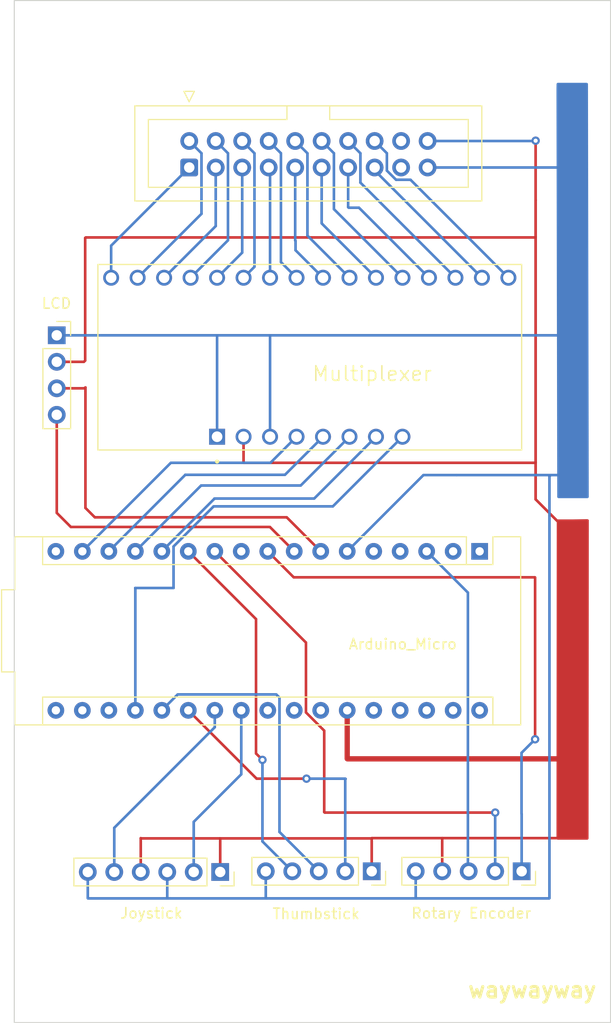
<source format=kicad_pcb>
(kicad_pcb (version 20221018) (generator pcbnew)
  (layers (0 "F.Cu" signal) (31 "B.Cu" signal) (34 "B.Paste" user) (35 "F.Paste" user) (36 "B.SilkS" user "B.Silkscreen") (37 "F.SilkS" user "F.Silkscreen") (38 "B.Mask" user) (39 "F.Mask" user) (44 "Edge.Cuts" user))
  (net 0 "")
  (net 1 "Net-(BOB-1-C12)")
  (net 2 "Net-(BOB-1-C13)")
  (net 3 "Net-(BOB-1-C14)")
  (net 4 "Net-(BOB-1-C15)")
  (net 14 "GND")
  (net 15 "+5V")
  (net 16 "Net-(BOB-1-C11)")
  (net 17 "Net-(BOB-1-C10)")
  (net 18 "Net-(BOB-1-C9)")
  (net 19 "Net-(BOB-1-C8)")
  (net 20 "Net-(BOB-1-C7)")
  (net 21 "Net-(BOB-1-C6)")
  (net 22 "Net-(BOB-1-C5)")
  (net 23 "Net-(BOB-1-C4)")
  (net 24 "Net-(BOB-1-C3)")
  (net 25 "Net-(BOB-1-C2)")
  (net 26 "Net-(BOB-1-C1)")
  (net 27 "Net-(BOB-1-C0)")
  (net 32 "Net-(U1-D1{slash}TX)")
  (net 33 "Net-(U1-~D6{slash}A7)")
  (net 34 "Net-(U1-D7)")
  (net 38 "Net-(BOB-1-S3)")
  (net 39 "Net-(BOB-1-S2)")
  (net 40 "Net-(BOB-1-S1)")
  (net 41 "Net-(BOB-1-S0)")
  (net 42 "Net-(U1-D2{slash}SDA)")
  (net 43 "Net-(U1-~D3{slash}SCL)")
  (net 44 "Net-(U1-A2{slash}D20)")
  (net 45 "Net-(U1-A1{slash}D19)")
  (net 46 "Net-(U1-A4{slash}D22)")
  (net 47 "Net-(U1-A3{slash}D21)")
  (net 49 "Net-(U1-D4{slash}A6)")
  (net 50 "Net-(BOB-1-COM)")
  (footprint "MountingHole:MountingHole_3.2mm_M3" (layer "F.Cu") (at 129.4 47.025)
    (fp_text reference "REF**" hide)
    (fp_text value "MountingHole_3.2mm_M3" hide)
    (pad "" np_thru_hole circle (at 0 0) (size 3.2 3.2) (drill 3.2) (layers "*.Cu" "*.Mask"))
  )
  (footprint "Connector_PinSocket_2.54mm:PinSocket_1x06_P2.54mm_Vertical" (layer "F.Cu") (at 129.5 125.745 -90)
    (fp_text reference "J11" hide)
    (fp_text value "Joystick" (at 3.955 6.6 180) (layer "F.SilkS"))
    (fp_line (start -1.33 1.27) (end -1.33 14.03) (stroke (width 0.12)) (layer "F.SilkS"))
    (fp_line (start -1.33 1.27) (end 1.33 1.27) (stroke (width 0.12)) (layer "F.SilkS"))
    (fp_line (start -1.33 14.03) (end 1.33 14.03) (stroke (width 0.12)) (layer "F.SilkS"))
    (fp_line (start 0 -1.33) (end 1.33 -1.33) (stroke (width 0.12)) (layer "F.SilkS"))
    (fp_line (start 1.33 -1.33) (end 1.33 0) (stroke (width 0.12)) (layer "F.SilkS"))
    (fp_line (start 1.33 1.27) (end 1.33 14.03) (stroke (width 0.12)) (layer "F.SilkS"))
    (pad "1" thru_hole rect (at 0 0 270) (size 1.7 1.7) (drill 1) (layers "*.Cu" "*.Mask") (net 15 "+5V"))
    (pad "2" thru_hole oval (at 0 2.54 270) (size 1.7 1.7) (drill 1) (layers "*.Cu" "*.Mask") (net 46 "Net-(U1-A4{slash}D22)"))
    (pad "3" thru_hole oval (at 0 5.08 270) (size 1.7 1.7) (drill 1) (layers "*.Cu" "*.Mask") (net 14 "GND"))
    (pad "4" thru_hole oval (at 0 7.62 270) (size 1.7 1.7) (drill 1) (layers "*.Cu" "*.Mask") (net 15 "+5V"))
    (pad "5" thru_hole oval (at 0 10.16 270) (size 1.7 1.7) (drill 1) (layers "*.Cu" "*.Mask") (net 47 "Net-(U1-A3{slash}D21)"))
    (pad "6" thru_hole oval (at 0 12.7 270) (size 1.7 1.7) (drill 1) (layers "*.Cu" "*.Mask") (net 14 "GND"))
  )
  (footprint "Connector_PinSocket_2.54mm:PinSocket_1x05_P2.54mm_Vertical" (layer "F.Cu") (at 144.03 125.675 -90)
    (fp_text reference "J10" hide)
    (fp_text value "Thumbstick" (at 4.075 5.33) (layer "F.SilkS"))
    (fp_line (start -1.33 1.27) (end -1.33 11.49) (stroke (width 0.12)) (layer "F.SilkS"))
    (fp_line (start -1.33 1.27) (end 1.33 1.27) (stroke (width 0.12)) (layer "F.SilkS"))
    (fp_line (start -1.33 11.49) (end 1.33 11.49) (stroke (width 0.12)) (layer "F.SilkS"))
    (fp_line (start 0 -1.33) (end 1.33 -1.33) (stroke (width 0.12)) (layer "F.SilkS"))
    (fp_line (start 1.33 -1.33) (end 1.33 0) (stroke (width 0.12)) (layer "F.SilkS"))
    (fp_line (start 1.33 1.27) (end 1.33 11.49) (stroke (width 0.12)) (layer "F.SilkS"))
    (pad "1" thru_hole rect (at 0 0 270) (size 1.7 1.7) (drill 1) (layers "*.Cu" "*.Mask") (net 15 "+5V"))
    (pad "2" thru_hole oval (at 0 2.54 270) (size 1.7 1.7) (drill 1) (layers "*.Cu" "*.Mask") (net 44 "Net-(U1-A2{slash}D20)"))
    (pad "3" thru_hole oval (at 0 5.08 270) (size 1.7 1.7) (drill 1) (layers "*.Cu" "*.Mask") (net 45 "Net-(U1-A1{slash}D19)"))
    (pad "4" thru_hole oval (at 0 7.62 270) (size 1.7 1.7) (drill 1) (layers "*.Cu" "*.Mask") (net 34 "Net-(U1-D7)"))
    (pad "5" thru_hole oval (at 0 10.16 270) (size 1.7 1.7) (drill 1) (layers "*.Cu" "*.Mask") (net 14 "GND"))
  )
  (footprint "Connector_PinSocket_2.54mm:PinSocket_1x05_P2.54mm_Vertical" (layer "F.Cu") (at 158.41 125.675 -90)
    (fp_text reference "J4" hide)
    (fp_text value "Rotary Encoder" (at 4.025 4.835) (layer "F.SilkS"))
    (fp_line (start -1.33 1.27) (end -1.33 11.49) (stroke (width 0.12)) (layer "F.SilkS"))
    (fp_line (start -1.33 1.27) (end 1.33 1.27) (stroke (width 0.12)) (layer "F.SilkS"))
    (fp_line (start -1.33 11.49) (end 1.33 11.49) (stroke (width 0.12)) (layer "F.SilkS"))
    (fp_line (start 0 -1.33) (end 1.33 -1.33) (stroke (width 0.12)) (layer "F.SilkS"))
    (fp_line (start 1.33 -1.33) (end 1.33 0) (stroke (width 0.12)) (layer "F.SilkS"))
    (fp_line (start 1.33 1.27) (end 1.33 11.49) (stroke (width 0.12)) (layer "F.SilkS"))
    (pad "1" thru_hole rect (at 0 0 270) (size 1.7 1.7) (drill 1) (layers "*.Cu" "*.Mask") (net 49 "Net-(U1-D4{slash}A6)"))
    (pad "2" thru_hole oval (at 0 2.54 270) (size 1.7 1.7) (drill 1) (layers "*.Cu" "*.Mask") (net 33 "Net-(U1-~D6{slash}A7)"))
    (pad "3" thru_hole oval (at 0 5.08 270) (size 1.7 1.7) (drill 1) (layers "*.Cu" "*.Mask") (net 32 "Net-(U1-D1{slash}TX)"))
    (pad "4" thru_hole oval (at 0 7.62 270) (size 1.7 1.7) (drill 1) (layers "*.Cu" "*.Mask") (net 15 "+5V"))
    (pad "5" thru_hole oval (at 0 10.16 270) (size 1.7 1.7) (drill 1) (layers "*.Cu" "*.Mask") (net 14 "GND"))
  )
  (footprint "Connector_PinSocket_2.54mm:PinSocket_1x04_P2.54mm_Vertical" (layer "F.Cu") (at 113.825 74.305)
    (fp_text reference "J9" hide)
    (fp_text value "LCD" (at -0.025 -3.058) (layer "F.SilkS"))
    (fp_line (start -1.33 1.27) (end -1.33 8.95) (stroke (width 0.12)) (layer "F.SilkS"))
    (fp_line (start -1.33 1.27) (end 1.33 1.27) (stroke (width 0.12)) (layer "F.SilkS"))
    (fp_line (start -1.33 8.95) (end 1.33 8.95) (stroke (width 0.12)) (layer "F.SilkS"))
    (fp_line (start 0 -1.33) (end 1.33 -1.33) (stroke (width 0.12)) (layer "F.SilkS"))
    (fp_line (start 1.33 -1.33) (end 1.33 0) (stroke (width 0.12)) (layer "F.SilkS"))
    (fp_line (start 1.33 1.27) (end 1.33 8.95) (stroke (width 0.12)) (layer "F.SilkS"))
    (pad "1" thru_hole rect (at 0 0) (size 1.7 1.7) (drill 1) (layers "*.Cu" "*.Mask") (net 14 "GND"))
    (pad "2" thru_hole oval (at 0 2.54) (size 1.7 1.7) (drill 1) (layers "*.Cu" "*.Mask") (net 15 "+5V"))
    (pad "3" thru_hole oval (at 0 5.08) (size 1.7 1.7) (drill 1) (layers "*.Cu" "*.Mask") (net 42 "Net-(U1-D2{slash}SDA)"))
    (pad "4" thru_hole oval (at 0 7.62) (size 1.7 1.7) (drill 1) (layers "*.Cu" "*.Mask") (net 43 "Net-(U1-~D3{slash}SCL)"))
  )
  (footprint "Connector_IDC:IDC-Header_2x10_P2.54mm_Vertical" (layer "F.Cu") (at 126.53 58.22 90)
    (fp_text reference "IDC1" hide)
    (fp_text value "16_Pin_IDC_2x08_Power" hide)
    (fp_line (start -3.21 -5.22) (end -3.21 28.06) (stroke (width 0.12)) (layer "F.SilkS"))
    (fp_line (start -3.21 28.06) (end 5.91 28.06) (stroke (width 0.12)) (layer "F.SilkS"))
    (fp_line (start -1.9 -3.92) (end -1.9 26.76) (stroke (width 0.12)) (layer "F.SilkS"))
    (fp_line (start -1.9 26.76) (end 4.6 26.76) (stroke (width 0.12)) (layer "F.SilkS"))
    (fp_line (start 4.6 -3.92) (end -1.9 -3.92) (stroke (width 0.12)) (layer "F.SilkS"))
    (fp_line (start 4.6 9.37) (end 4.6 -3.92) (stroke (width 0.12)) (layer "F.SilkS"))
    (fp_line (start 4.6 13.47) (end 4.6 13.47) (stroke (width 0.12)) (layer "F.SilkS"))
    (fp_line (start 4.6 13.47) (end 5.91 13.47) (stroke (width 0.12)) (layer "F.SilkS"))
    (fp_line (start 4.6 26.76) (end 4.6 13.47) (stroke (width 0.12)) (layer "F.SilkS"))
    (fp_line (start 5.91 -5.22) (end -3.21 -5.22) (stroke (width 0.12)) (layer "F.SilkS"))
    (fp_line (start 5.91 9.37) (end 4.6 9.37) (stroke (width 0.12)) (layer "F.SilkS"))
    (fp_line (start 5.91 28.06) (end 5.91 -5.22) (stroke (width 0.12)) (layer "F.SilkS"))
    (fp_line (start 6.3 -0.01) (end 7.3 -0.51) (stroke (width 0.12)) (layer "F.SilkS"))
    (fp_line (start 7.3 -0.51) (end 7.3 0.49) (stroke (width 0.12)) (layer "F.SilkS"))
    (fp_line (start 7.3 0.49) (end 6.3 -0.01) (stroke (width 0.12)) (layer "F.SilkS"))
    (pad "1" thru_hole roundrect (at 0 0 90) (size 1.7 1.7) (drill 1) (layers "*.Cu" "*.Mask") (roundrect_rratio 0.1470588235) (net 27 "Net-(BOB-1-C0)"))
    (pad "2" thru_hole circle (at 2.54 0 90) (size 1.7 1.7) (drill 1) (layers "*.Cu" "*.Mask") (net 26 "Net-(BOB-1-C1)"))
    (pad "3" thru_hole circle (at 0 2.54 90) (size 1.7 1.7) (drill 1) (layers "*.Cu" "*.Mask") (net 25 "Net-(BOB-1-C2)"))
    (pad "4" thru_hole circle (at 2.54 2.54 90) (size 1.7 1.7) (drill 1) (layers "*.Cu" "*.Mask") (net 24 "Net-(BOB-1-C3)"))
    (pad "5" thru_hole circle (at 0 5.08 90) (size 1.7 1.7) (drill 1) (layers "*.Cu" "*.Mask") (net 23 "Net-(BOB-1-C4)"))
    (pad "6" thru_hole circle (at 2.54 5.08 90) (size 1.7 1.7) (drill 1) (layers "*.Cu" "*.Mask") (net 22 "Net-(BOB-1-C5)"))
    (pad "7" thru_hole circle (at 0 7.62 90) (size 1.7 1.7) (drill 1) (layers "*.Cu" "*.Mask") (net 21 "Net-(BOB-1-C6)"))
    (pad "8" thru_hole circle (at 2.54 7.62 90) (size 1.7 1.7) (drill 1) (layers "*.Cu" "*.Mask") (net 20 "Net-(BOB-1-C7)"))
    (pad "9" thru_hole circle (at 0 10.16 90) (size 1.7 1.7) (drill 1) (layers "*.Cu" "*.Mask") (net 19 "Net-(BOB-1-C8)"))
    (pad "10" thru_hole circle (at 2.54 10.16 90) (size 1.7 1.7) (drill 1) (layers "*.Cu" "*.Mask") (net 18 "Net-(BOB-1-C9)"))
    (pad "11" thru_hole circle (at 0 12.7 90) (size 1.7 1.7) (drill 1) (layers "*.Cu" "*.Mask") (net 17 "Net-(BOB-1-C10)"))
    (pad "12" thru_hole circle (at 2.54 12.7 90) (size 1.7 1.7) (drill 1) (layers "*.Cu" "*.Mask") (net 16 "Net-(BOB-1-C11)"))
    (pad "13" thru_hole circle (at 0 15.24 90) (size 1.7 1.7) (drill 1) (layers "*.Cu" "*.Mask") (net 1 "Net-(BOB-1-C12)"))
    (pad "14" thru_hole circle (at 2.54 15.24 90) (size 1.7 1.7) (drill 1) (layers "*.Cu" "*.Mask") (net 2 "Net-(BOB-1-C13)"))
    (pad "15" thru_hole circle (at 0 17.78 90) (size 1.7 1.7) (drill 1) (layers "*.Cu" "*.Mask") (net 3 "Net-(BOB-1-C14)"))
    (pad "16" thru_hole circle (at 2.54 17.78 90) (size 1.7 1.7) (drill 1) (layers "*.Cu" "*.Mask") (net 4 "Net-(BOB-1-C15)"))
    (pad "17" thru_hole circle (at 0 20.32 90) (size 1.7 1.7) (drill 1) (layers "*.Cu" "*.Mask"))
    (pad "18" thru_hole circle (at 2.54 20.32 90) (size 1.7 1.7) (drill 1) (layers "*.Cu" "*.Mask"))
    (pad "19" thru_hole circle (at 0 22.86 90) (size 1.7 1.7) (drill 1) (layers "*.Cu" "*.Mask") (net 14 "GND"))
    (pad "20" thru_hole circle (at 2.54 22.86 90) (size 1.7 1.7) (drill 1) (layers "*.Cu" "*.Mask") (net 15 "+5V"))
  )
  (footprint "CD74CH4067:BOB-09056" (layer "F.Cu") (at 138.09 76.405 -90)
    (fp_text reference "BOB-1" hide)
    (fp_text value "Multiplexer" (at 1.5775 -5.98 -180) (layer "F.SilkS") (effects (font (size 1.4 1.4))))
    (fp_line (start -8.89 -20.32) (end -8.89 20.32) (stroke (width 0.127)) (layer "F.SilkS"))
    (fp_line (start -8.89 20.32) (end 8.89 20.32) (stroke (width 0.127)) (layer "F.SilkS"))
    (fp_line (start 8.89 -20.32) (end -8.89 -20.32) (stroke (width 0.127)) (layer "F.SilkS"))
    (fp_line (start 8.89 20.32) (end 8.89 -20.32) (stroke (width 0.127)) (layer "F.SilkS"))
    (fp_circle (center 10 8.89) (end 10.1 8.89) (stroke (width 0.2)) (fill none) (layer "F.SilkS"))
    (pad "JP1-1" thru_hole circle (at -7.62 19.05 270) (size 1.53 1.53) (drill 1.02) (layers "*.Cu" "*.Mask") (net 27 "Net-(BOB-1-C0)"))
    (pad "JP1-2" thru_hole circle (at -7.62 16.51 270) (size 1.53 1.53) (drill 1.02) (layers "*.Cu" "*.Mask") (net 26 "Net-(BOB-1-C1)"))
    (pad "JP1-3" thru_hole circle (at -7.62 13.97 270) (size 1.53 1.53) (drill 1.02) (layers "*.Cu" "*.Mask") (net 25 "Net-(BOB-1-C2)"))
    (pad "JP1-4" thru_hole circle (at -7.62 11.43 270) (size 1.53 1.53) (drill 1.02) (layers "*.Cu" "*.Mask") (net 24 "Net-(BOB-1-C3)"))
    (pad "JP1-5" thru_hole circle (at -7.62 8.89 270) (size 1.53 1.53) (drill 1.02) (layers "*.Cu" "*.Mask") (net 23 "Net-(BOB-1-C4)"))
    (pad "JP1-6" thru_hole circle (at -7.62 6.35 270) (size 1.53 1.53) (drill 1.02) (layers "*.Cu" "*.Mask") (net 22 "Net-(BOB-1-C5)"))
    (pad "JP1-7" thru_hole circle (at -7.62 3.81 270) (size 1.53 1.53) (drill 1.02) (layers "*.Cu" "*.Mask") (net 21 "Net-(BOB-1-C6)"))
    (pad "JP1-8" thru_hole circle (at -7.62 1.27 270) (size 1.53 1.53) (drill 1.02) (layers "*.Cu" "*.Mask") (net 20 "Net-(BOB-1-C7)"))
    (pad "JP1-9" thru_hole circle (at -7.62 -1.27 270) (size 1.53 1.53) (drill 1.02) (layers "*.Cu" "*.Mask") (net 19 "Net-(BOB-1-C8)"))
    (pad "JP1-10" thru_hole circle (at -7.62 -3.81 270) (size 1.53 1.53) (drill 1.02) (layers "*.Cu" "*.Mask") (net 18 "Net-(BOB-1-C9)"))
    (pad "JP1-11" thru_hole circle (at -7.62 -6.35 270) (size 1.53 1.53) (drill 1.02) (layers "*.Cu" "*.Mask") (net 17 "Net-(BOB-1-C10)"))
    (pad "JP1-12" thru_hole circle (at -7.62 -8.89 270) (size 1.53 1.53) (drill 1.02) (layers "*.Cu" "*.Mask") (net 16 "Net-(BOB-1-C11)"))
    (pad "JP1-13" thru_hole circle (at -7.62 -11.43 270) (size 1.53 1.53) (drill 1.02) (layers "*.Cu" "*.Mask") (net 1 "Net-(BOB-1-C12)"))
    (pad "JP1-14" thru_hole circle (at -7.62 -13.97 270) (size 1.53 1.53) (drill 1.02) (layers "*.Cu" "*.Mask") (net 2 "Net-(BOB-1-C13)"))
    (pad "JP1-15" thru_hole circle (at -7.62 -16.51 270) (size 1.53 1.53) (drill 1.02) (layers "*.Cu" "*.Mask") (net 3 "Net-(BOB-1-C14)"))
    (pad "JP1-16" thru_hole circle (at -7.62 -19.05 270) (size 1.53 1.53) (drill 1.02) (layers "*.Cu" "*.Mask") (net 4 "Net-(BOB-1-C15)"))
    (pad "JP3-1" thru_hole rect (at 7.62 8.89 270) (size 1.53 1.53) (drill 1.02) (layers "*.Cu" "*.Mask") (net 14 "GND"))
    (pad "JP3-2" thru_hole circle (at 7.62 6.35 270) (size 1.53 1.53) (drill 1.02) (layers "*.Cu" "*.Mask") (net 15 "+5V"))
    (pad "JP3-3" thru_hole circle (at 7.62 3.81 270) (size 1.53 1.53) (drill 1.02) (layers "*.Cu" "*.Mask") (net 14 "GND"))
    (pad "JP3-4" thru_hole circle (at 7.62 1.27 270) (size 1.53 1.53) (drill 1.02) (layers "*.Cu" "*.Mask") (net 41 "Net-(BOB-1-S0)"))
    (pad "JP3-5" thru_hole circle (at 7.62 -1.27 270) (size 1.53 1.53) (drill 1.02) (layers "*.Cu" "*.Mask") (net 40 "Net-(BOB-1-S1)"))
    (pad "JP3-6" thru_hole circle (at 7.62 -3.81 270) (size 1.53 1.53) (drill 1.02) (layers "*.Cu" "*.Mask") (net 39 "Net-(BOB-1-S2)"))
    (pad "JP3-7" thru_hole circle (at 7.62 -6.35 270) (size 1.53 1.53) (drill 1.02) (layers "*.Cu" "*.Mask") (net 38 "Net-(BOB-1-S3)"))
    (pad "JP3-8" thru_hole circle (at 7.62 -8.89 270) (size 1.53 1.53) (drill 1.02) (layers "*.Cu" "*.Mask") (net 50 "Net-(BOB-1-COM)"))
  )
  (footprint "MountingHole:MountingHole_3.2mm_M3" (layer "F.Cu") (at 129.34 134.76)
    (fp_text reference "REF**" hide)
    (fp_text value "MountingHole_3.2mm_M3" hide)
    (pad "" np_thru_hole circle (at 0 0) (size 3.2 3.2) (drill 3.2) (layers "*.Cu" "*.Mask"))
  )
  (footprint "Arduino:Arduino_Micro" (layer "F.Cu") (at 154.38 95.01 -90)
    (fp_text reference "U1" hide)
    (fp_text value "Arduino_Micro" (at 8.89 7.366) (layer "F.SilkS"))
    (fp_line (start -1.397 -3.937) (end -1.397 -1.27) (stroke (width 0.12)) (layer "F.SilkS"))
    (fp_line (start -1.397 1.27) (end -1.397 44.577) (stroke (width 0.12)) (layer "F.SilkS"))
    (fp_line (start -1.397 44.577) (end 3.683 44.577) (stroke (width 0.12)) (layer "F.SilkS"))
    (fp_line (start 1.27 -1.27) (end -1.397 -1.27) (stroke (width 0.12)) (layer "F.SilkS"))
    (fp_line (start 1.27 1.27) (end -1.397 1.27) (stroke (width 0.12)) (layer "F.SilkS"))
    (fp_line (start 1.27 1.27) (end 1.27 -1.27) (stroke (width 0.12)) (layer "F.SilkS"))
    (fp_line (start 1.27 1.27) (end 1.27 41.91) (stroke (width 0.12)) (layer "F.SilkS"))
    (fp_line (start 1.27 41.91) (end -1.397 41.91) (stroke (width 0.12)) (layer "F.SilkS"))
    (fp_line (start 3.683 44.577) (end 3.683 45.847) (stroke (width 0.12)) (layer "F.SilkS"))
    (fp_line (start 3.683 45.847) (end 11.557 45.847) (stroke (width 0.12)) (layer "F.SilkS"))
    (fp_line (start 11.557 44.577) (end 11.557 45.847) (stroke (width 0.12)) (layer "F.SilkS"))
    (fp_line (start 11.557 44.577) (end 16.637 44.577) (stroke (width 0.12)) (layer "F.SilkS"))
    (fp_line (start 13.97 -1.27) (end 13.97 41.91) (stroke (width 0.12)) (layer "F.SilkS"))
    (fp_line (start 13.97 -1.27) (end 16.637 -1.27) (stroke (width 0.12)) (layer "F.SilkS"))
    (fp_line (start 13.97 41.91) (end 16.637 41.91) (stroke (width 0.12)) (layer "F.SilkS"))
    (fp_line (start 16.637 -3.937) (end -1.397 -3.937) (stroke (width 0.12)) (layer "F.SilkS"))
    (fp_line (start 16.637 44.577) (end 16.637 -3.937) (stroke (width 0.12)) (layer "F.SilkS"))
    (pad "1" thru_hole rect (at 0 0 270) (size 1.6 1.6) (drill 0.8) (layers "*.Cu" "*.Mask"))
    (pad "2" thru_hole oval (at 0 2.54 270) (size 1.6 1.6) (drill 0.8) (layers "*.Cu" "*.Mask"))
    (pad "3" thru_hole oval (at 0 5.08 270) (size 1.6 1.6) (drill 0.8) (layers "*.Cu" "*.Mask") (net 32 "Net-(U1-D1{slash}TX)"))
    (pad "4" thru_hole oval (at 0 7.62 270) (size 1.6 1.6) (drill 0.8) (layers "*.Cu" "*.Mask"))
    (pad "5" thru_hole oval (at 0 10.16 270) (size 1.6 1.6) (drill 0.8) (layers "*.Cu" "*.Mask"))
    (pad "6" thru_hole oval (at 0 12.7 270) (size 1.6 1.6) (drill 0.8) (layers "*.Cu" "*.Mask") (net 14 "GND"))
    (pad "7" thru_hole oval (at 0 15.24 270) (size 1.6 1.6) (drill 0.8) (layers "*.Cu" "*.Mask") (net 42 "Net-(U1-D2{slash}SDA)"))
    (pad "8" thru_hole oval (at 0 17.78 270) (size 1.6 1.6) (drill 0.8) (layers "*.Cu" "*.Mask") (net 43 "Net-(U1-~D3{slash}SCL)"))
    (pad "9" thru_hole oval (at 0 20.32 270) (size 1.6 1.6) (drill 0.8) (layers "*.Cu" "*.Mask") (net 49 "Net-(U1-D4{slash}A6)"))
    (pad "10" thru_hole oval (at 0 22.86 270) (size 1.6 1.6) (drill 0.8) (layers "*.Cu" "*.Mask"))
    (pad "11" thru_hole oval (at 0 25.4 270) (size 1.6 1.6) (drill 0.8) (layers "*.Cu" "*.Mask") (net 33 "Net-(U1-~D6{slash}A7)"))
    (pad "12" thru_hole oval (at 0 27.94 270) (size 1.6 1.6) (drill 0.8) (layers "*.Cu" "*.Mask") (net 34 "Net-(U1-D7)"))
    (pad "13" thru_hole oval (at 0 30.48 270) (size 1.6 1.6) (drill 0.8) (layers "*.Cu" "*.Mask") (net 38 "Net-(BOB-1-S3)"))
    (pad "14" thru_hole oval (at 0 33.02 270) (size 1.6 1.6) (drill 0.8) (layers "*.Cu" "*.Mask") (net 39 "Net-(BOB-1-S2)"))
    (pad "15" thru_hole oval (at 0 35.56 270) (size 1.6 1.6) (drill 0.8) (layers "*.Cu" "*.Mask") (net 40 "Net-(BOB-1-S1)"))
    (pad "16" thru_hole oval (at 0 38.1 270) (size 1.6 1.6) (drill 0.8) (layers "*.Cu" "*.Mask") (net 41 "Net-(BOB-1-S0)"))
    (pad "17" thru_hole oval (at 0 40.64 270) (size 1.6 1.6) (drill 0.8) (layers "*.Cu" "*.Mask"))
    (pad "18" thru_hole oval (at 15.24 40.64 270) (size 1.6 1.6) (drill 0.8) (layers "*.Cu" "*.Mask"))
    (pad "19" thru_hole oval (at 15.24 38.1 270) (size 1.6 1.6) (drill 0.8) (layers "*.Cu" "*.Mask"))
    (pad "20" thru_hole oval (at 15.24 35.56 270) (size 1.6 1.6) (drill 0.8) (layers "*.Cu" "*.Mask"))
    (pad "21" thru_hole oval (at 15.24 33.02 270) (size 1.6 1.6) (drill 0.8) (layers "*.Cu" "*.Mask") (net 50 "Net-(BOB-1-COM)"))
    (pad "22" thru_hole oval (at 15.24 30.48 270) (size 1.6 1.6) (drill 0.8) (layers "*.Cu" "*.Mask") (net 45 "Net-(U1-A1{slash}D19)"))
    (pad "23" thru_hole oval (at 15.24 27.94 270) (size 1.6 1.6) (drill 0.8) (layers "*.Cu" "*.Mask") (net 44 "Net-(U1-A2{slash}D20)"))
    (pad "24" thru_hole oval (at 15.24 25.4 270) (size 1.6 1.6) (drill 0.8) (layers "*.Cu" "*.Mask") (net 47 "Net-(U1-A3{slash}D21)"))
    (pad "25" thru_hole oval (at 15.24 22.86 270) (size 1.6 1.6) (drill 0.8) (layers "*.Cu" "*.Mask") (net 46 "Net-(U1-A4{slash}D22)"))
    (pad "26" thru_hole oval (at 15.24 20.32 270) (size 1.6 1.6) (drill 0.8) (layers "*.Cu" "*.Mask"))
    (pad "27" thru_hole oval (at 15.24 17.78 270) (size 1.6 1.6) (drill 0.8) (layers "*.Cu" "*.Mask"))
    (pad "28" thru_hole oval (at 15.24 15.24 270) (size 1.6 1.6) (drill 0.8) (layers "*.Cu" "*.Mask"))
    (pad "29" thru_hole oval (at 15.24 12.7 270) (size 1.6 1.6) (drill 0.8) (layers "*.Cu" "*.Mask") (net 15 "+5V"))
    (pad "30" thru_hole oval (at 15.24 10.16 270) (size 1.6 1.6) (drill 0.8) (layers "*.Cu" "*.Mask"))
    (pad "31" thru_hole oval (at 15.24 7.62 270) (size 1.6 1.6) (drill 0.8) (layers "*.Cu" "*.Mask"))
    (pad "32" thru_hole oval (at 15.24 5.08 270) (size 1.6 1.6) (drill 0.8) (layers "*.Cu" "*.Mask"))
    (pad "33" thru_hole oval (at 15.24 2.54 270) (size 1.6 1.6) (drill 0.8) (layers "*.Cu" "*.Mask"))
    (pad "34" thru_hole oval (at 15.24 0 270) (size 1.6 1.6) (drill 0.8) (layers "*.Cu" "*.Mask"))
  )
  (footprint "MountingHole:MountingHole_3.2mm_M3" (layer "F.Cu") (at 148.39 134.75)
    (fp_text reference "REF**" hide)
    (fp_text value "MountingHole_3.2mm_M3" hide)
    (pad "" np_thru_hole circle (at 0 0) (size 3.2 3.2) (drill 3.2) (layers "*.Cu" "*.Mask"))
  )
  (footprint "MountingHole:MountingHole_3.2mm_M3" (layer "F.Cu") (at 148.451418 47.025)
    (fp_text reference "REF**" hide)
    (fp_text value "MountingHole_3.2mm_M3" hide)
    (pad "" np_thru_hole circle (at 0 0) (size 3.2 3.2) (drill 3.2) (layers "*.Cu" "*.Mask"))
  )
  (gr_rect (start 109.75 42.215) (end 166.94 140.18) (stroke (width 0.1)) (fill none) (layer "Edge.Cuts"))
  (gr_text "waywayway" (at 153.125 137.925) (layer "F.SilkS") (effects (font (size 1.5 1.5) (thickness 0.3) bold) (justify left bottom)))
  (segment (start 141.77 62.02) (end 141.77 58.22) (width 0.25) (layer "B.Cu") (net 1))
  (segment (start 142.81 62.075) (end 141.825 62.075) (width 0.25) (layer "B.Cu") (net 1))
  (segment (start 141.825 62.075) (end 141.77 62.02) (width 0.25) (layer "B.Cu") (net 1))
  (segment (start 149.52 68.785) (end 142.81 62.075) (width 0.25) (layer "B.Cu") (net 1))
  (segment (start 152.06 68.785) (end 142.945 59.67) (width 0.25) (layer "B.Cu") (net 2))
  (segment (start 142.945 56.855) (end 141.77 55.68) (width 0.25) (layer "B.Cu") (net 2))
  (segment (start 142.945 59.67) (end 142.945 56.855) (width 0.25) (layer "B.Cu") (net 2))
  (segment (start 144.31 58.495) (end 144.31 58.22) (width 0.25) (layer "B.Cu") (net 3))
  (segment (start 154.6 68.785) (end 144.31 58.495) (width 0.25) (layer "B.Cu") (net 3))
  (segment (start 145.485 56.855) (end 144.31 55.68) (width 0.25) (layer "B.Cu") (net 4))
  (segment (start 147.75 59.395) (end 146.363299 59.395) (width 0.25) (layer "B.Cu") (net 4))
  (segment (start 145.485 58.516701) (end 145.485 56.855) (width 0.25) (layer "B.Cu") (net 4))
  (segment (start 146.363299 59.395) (end 145.485 58.516701) (width 0.25) (layer "B.Cu") (net 4))
  (segment (start 157.14 68.785) (end 147.75 59.395) (width 0.25) (layer "B.Cu") (net 4))
  (segment (start 134.28 74.335) (end 134.25 74.305) (width 0.25) (layer "B.Cu") (net 14))
  (segment (start 148.99 87.7) (end 152.175 87.7) (width 0.25) (layer "B.Cu") (net 14))
  (segment (start 116.825 128.275) (end 124.45 128.275) (width 0.25) (layer "B.Cu") (net 14))
  (segment (start 133.95 128.275) (end 148.325 128.275) (width 0.25) (layer "B.Cu") (net 14))
  (segment (start 113.825 74.305) (end 129.2 74.305) (width 0.25) (layer "B.Cu") (net 14))
  (segment (start 148.325 128.275) (end 161.05 128.275) (width 0.25) (layer "B.Cu") (net 14))
  (segment (start 134.28 84.025) (end 134.28 74.335) (width 0.25) (layer "B.Cu") (net 14))
  (segment (start 161.075 87.825) (end 161.2 87.7) (width 0.25) (layer "B.Cu") (net 14))
  (segment (start 161.075 128.25) (end 161.075 87.825) (width 0.25) (layer "B.Cu") (net 14))
  (segment (start 161.2 87.7) (end 163.325 87.7) (width 0.25) (layer "B.Cu") (net 14))
  (segment (start 124.45 128.275) (end 133.95 128.275) (width 0.25) (layer "B.Cu") (net 14))
  (segment (start 134.25 74.305) (end 163.37 74.305) (width 0.25) (layer "B.Cu") (net 14))
  (segment (start 141.68 95.01) (end 148.99 87.7) (width 0.25) (layer "B.Cu") (net 14))
  (segment (start 133.87 128.195) (end 133.95 128.275) (width 0.25) (layer "B.Cu") (net 14))
  (segment (start 148.25 128.2) (end 148.325 128.275) (width 0.25) (layer "B.Cu") (net 14))
  (segment (start 129.2 74.305) (end 134.25 74.305) (width 0.25) (layer "B.Cu") (net 14))
  (segment (start 161.05 128.275) (end 161.075 128.25) (width 0.25) (layer "B.Cu") (net 14))
  (segment (start 148.25 125.675) (end 148.25 128.2) (width 0.25) (layer "B.Cu") (net 14))
  (segment (start 124.42 125.745) (end 124.42 128.245) (width 0.25) (layer "B.Cu") (net 14))
  (segment (start 124.42 128.245) (end 124.45 128.275) (width 0.25) (layer "B.Cu") (net 14))
  (segment (start 149.39 58.22) (end 163.03 58.22) (width 0.25) (layer "B.Cu") (net 14))
  (segment (start 163.37 74.305) (end 163.375 74.3) (width 0.25) (layer "B.Cu") (net 14))
  (segment (start 152.175 87.7) (end 161.2 87.7) (width 0.25) (layer "B.Cu") (net 14))
  (segment (start 116.8 128.25) (end 116.825 128.275) (width 0.25) (layer "B.Cu") (net 14))
  (segment (start 163.03 58.22) (end 163.2 58.05) (width 0.25) (layer "B.Cu") (net 14))
  (segment (start 116.8 125.745) (end 116.8 128.25) (width 0.25) (layer "B.Cu") (net 14))
  (segment (start 163.325 87.7) (end 163.4 87.625) (width 0.25) (layer "B.Cu") (net 14))
  (segment (start 133.87 125.675) (end 133.87 128.195) (width 0.25) (layer "B.Cu") (net 14))
  (segment (start 129.2 84.025) (end 129.2 74.305) (width 0.25) (layer "B.Cu") (net 14))
  (segment (start 121.88 125.745) (end 121.88 122.505) (width 0.25) (layer "F.Cu") (net 15))
  (segment (start 159.75 86.475) (end 159.75 90.025) (width 0.254) (layer "F.Cu") (net 15))
  (segment (start 116.43 76.845) (end 116.55 76.725) (width 0.25) (layer "F.Cu") (net 15))
  (segment (start 159.75 90.025) (end 163.325 93.6) (width 0.254) (layer "F.Cu") (net 15))
  (segment (start 159.75 61.35) (end 159.75 64.875) (width 0.254) (layer "F.Cu") (net 15))
  (segment (start 121.88 122.505) (end 121.9 122.525) (width 0.25) (layer "F.Cu") (net 15))
  (segment (start 150.8 122.5) (end 163.275 122.5) (width 0.25) (layer "F.Cu") (net 15))
  (segment (start 129.5 125.745) (end 129.5 122.55) (width 0.25) (layer "F.Cu") (net 15))
  (segment (start 141.7 114.9) (end 163.375 114.9) (width 0.508) (layer "F.Cu") (net 15))
  (segment (start 159.7 86.525) (end 159.75 86.475) (width 0.25) (layer "F.Cu") (net 15))
  (segment (start 131.74 84.025) (end 131.74 86.49) (width 0.25) (layer "F.Cu") (net 15))
  (segment (start 141.68 114.88) (end 141.7 114.9) (width 0.25) (layer "F.Cu") (net 15))
  (segment (start 129.5 122.55) (end 129.475 122.525) (width 0.25) (layer "F.Cu") (net 15))
  (segment (start 144.025 122.525) (end 144.03 122.52) (width 0.25) (layer "F.Cu") (net 15))
  (segment (start 131.775 86.525) (end 159.7 86.525) (width 0.25) (layer "F.Cu") (net 15))
  (segment (start 116.6 64.925) (end 159.7 64.925) (width 0.25) (layer "F.Cu") (net 15))
  (segment (start 150.79 125.675) (end 150.79 122.51) (width 0.25) (layer "F.Cu") (net 15))
  (segment (start 131.74 86.49) (end 131.775 86.525) (width 0.25) (layer "F.Cu") (net 15))
  (segment (start 144.03 122.52) (end 144.05 122.5) (width 0.25) (layer "F.Cu") (net 15))
  (segment (start 163.375 114.9) (end 163.4 114.875) (width 0.25) (layer "F.Cu") (net 15))
  (segment (start 159.7 64.925) (end 159.75 64.875) (width 0.25) (layer "F.Cu") (net 15))
  (segment (start 159.75 64.875) (end 159.75 86.475) (width 0.254) (layer "F.Cu") (net 15))
  (segment (start 116.55 64.975) (end 116.6 64.925) (width 0.25) (layer "F.Cu") (net 15))
  (segment (start 141.68 110.25) (end 141.68 114.88) (width 0.508) (layer "F.Cu") (net 15))
  (segment (start 121.9 122.525) (end 129.475 122.525) (width 0.25) (layer "F.Cu") (net 15))
  (segment (start 113.825 76.845) (end 116.43 76.845) (width 0.25) (layer "F.Cu") (net 15))
  (segment (start 159.75 55.65) (end 159.75 61.35) (width 0.25) (layer "F.Cu") (net 15))
  (segment (start 150.79 122.51) (end 150.8 122.5) (width 0.25) (layer "F.Cu") (net 15))
  (segment (start 129.475 122.525) (end 144.025 122.525) (width 0.25) (layer "F.Cu") (net 15))
  (segment (start 144.03 125.675) (end 144.03 122.52) (width 0.25) (layer "F.Cu") (net 15))
  (segment (start 144.05 122.5) (end 150.8 122.5) (width 0.25) (layer "F.Cu") (net 15))
  (segment (start 116.55 76.725) (end 116.55 64.975) (width 0.25) (layer "F.Cu") (net 15))
  (via (at 159.75 55.65) (size 0.8) (drill 0.4) (layers "F.Cu" "B.Cu") (net 15))
  (segment (start 159.75 55.65) (end 159.72 55.68) (width 0.25) (layer "B.Cu") (net 15))
  (segment (start 159.72 55.68) (end 149.39 55.68) (width 0.25) (layer "B.Cu") (net 15))
  (segment (start 140.405 56.855) (end 139.23 55.68) (width 0.25) (layer "B.Cu") (net 16))
  (segment (start 140.405 62.21) (end 140.405 56.855) (width 0.25) (layer "B.Cu") (net 16))
  (segment (start 146.98 68.785) (end 140.405 62.21) (width 0.25) (layer "B.Cu") (net 16))
  (segment (start 139.23 63.555) (end 139.23 58.22) (width 0.25) (layer "B.Cu") (net 17))
  (segment (start 144.44 68.785) (end 139.25 63.595) (width 0.25) (layer "B.Cu") (net 17))
  (segment (start 139.25 63.575) (end 139.23 63.555) (width 0.25) (layer "B.Cu") (net 17))
  (segment (start 139.25 63.595) (end 139.25 63.575) (width 0.25) (layer "B.Cu") (net 17))
  (segment (start 137.865 56.855) (end 136.69 55.68) (width 0.25) (layer "B.Cu") (net 18))
  (segment (start 137.865 64.75) (end 137.865 56.855) (width 0.25) (layer "B.Cu") (net 18))
  (segment (start 141.9 68.785) (end 137.865 64.75) (width 0.25) (layer "B.Cu") (net 18))
  (segment (start 136.69 65.215) (end 136.69 58.22) (width 0.25) (layer "B.Cu") (net 19))
  (segment (start 136.725 66.15) (end 136.725 65.25) (width 0.25) (layer "B.Cu") (net 19))
  (segment (start 136.725 65.25) (end 136.69 65.215) (width 0.25) (layer "B.Cu") (net 19))
  (segment (start 139.36 68.785) (end 136.725 66.15) (width 0.25) (layer "B.Cu") (net 19))
  (segment (start 135.325 56.855) (end 134.15 55.68) (width 0.25) (layer "B.Cu") (net 20))
  (segment (start 136.82 68.785) (end 135.325 67.29) (width 0.25) (layer "B.Cu") (net 20))
  (segment (start 135.325 67.29) (end 135.325 56.855) (width 0.25) (layer "B.Cu") (net 20))
  (segment (start 134.28 58.35) (end 134.15 58.22) (width 0.25) (layer "B.Cu") (net 21))
  (segment (start 134.28 68.785) (end 134.28 58.35) (width 0.25) (layer "B.Cu") (net 21))
  (segment (start 132.785 67.74) (end 132.785 56.855) (width 0.25) (layer "B.Cu") (net 22))
  (segment (start 132.785 56.855) (end 131.61 55.68) (width 0.25) (layer "B.Cu") (net 22))
  (segment (start 131.74 68.785) (end 132.785 67.74) (width 0.25) (layer "B.Cu") (net 22))
  (segment (start 131.61 66.375) (end 131.61 58.22) (width 0.25) (layer "B.Cu") (net 23))
  (segment (start 129.2 68.785) (end 131.61 66.375) (width 0.25) (layer "B.Cu") (net 23))
  (segment (start 130.245 56.855) (end 129.07 55.68) (width 0.25) (layer "B.Cu") (net 24))
  (segment (start 126.66 68.785) (end 130.245 65.2) (width 0.25) (layer "B.Cu") (net 24))
  (segment (start 130.245 65.2) (end 130.245 56.855) (width 0.25) (layer "B.Cu") (net 24))
  (segment (start 124.12 68.785) (end 129.07 63.835) (width 0.25) (layer "B.Cu") (net 25))
  (segment (start 129.07 63.835) (end 129.07 58.22) (width 0.25) (layer "B.Cu") (net 25))
  (segment (start 121.58 68.785) (end 127.705 62.66) (width 0.25) (layer "B.Cu") (net 26))
  (segment (start 127.705 62.66) (end 127.705 56.855) (width 0.25) (layer "B.Cu") (net 26))
  (segment (start 127.705 56.855) (end 126.53 55.68) (width 0.25) (layer "B.Cu") (net 26))
  (segment (start 119.04 65.71) (end 126.53 58.22) (width 0.25) (layer "B.Cu") (net 27))
  (segment (start 119.04 68.785) (end 119.04 65.71) (width 0.25) (layer "B.Cu") (net 27))
  (segment (start 153.255 125.6) (end 153.255 98.965) (width 0.25) (layer "B.Cu") (net 32))
  (segment (start 153.33 125.675) (end 153.255 125.6) (width 0.25) (layer "B.Cu") (net 32))
  (segment (start 153.255 98.965) (end 149.3 95.01) (width 0.25) (layer "B.Cu") (net 32))
  (segment (start 139.475 112.2) (end 137.725 110.45) (width 0.25) (layer "F.Cu") (net 33))
  (segment (start 137.725 103.755) (end 128.98 95.01) (width 0.25) (layer "F.Cu") (net 33))
  (segment (start 139.475 120) (end 139.475 112.2) (width 0.25) (layer "F.Cu") (net 33))
  (segment (start 139.525 120.05) (end 139.475 120) (width 0.25) (layer "F.Cu") (net 33))
  (segment (start 137.725 110.45) (end 137.725 103.755) (width 0.25) (layer "F.Cu") (net 33))
  (segment (start 155.875 120.05) (end 139.525 120.05) (width 0.25) (layer "F.Cu") (net 33))
  (via (at 155.875 120.05) (size 0.8) (drill 0.4) (layers "F.Cu" "B.Cu") (net 33))
  (segment (start 155.87 120.095) (end 155.875 120.1) (width 0.25) (layer "B.Cu") (net 33))
  (segment (start 155.875 120.1) (end 155.875 120.05) (width 0.25) (layer "B.Cu") (net 33))
  (segment (start 155.825 120.05) (end 155.85 120.075) (width 0.25) (layer "B.Cu") (net 33))
  (segment (start 155.875 120.05) (end 155.825 120.05) (width 0.25) (layer "B.Cu") (net 33))
  (segment (start 155.87 125.675) (end 155.87 120.095) (width 0.25) (layer "B.Cu") (net 33))
  (segment (start 133.55 115) (end 132.935 114.385) (width 0.25) (layer "F.Cu") (net 34))
  (segment (start 132.935 114.385) (end 132.935 101.505) (width 0.25) (layer "F.Cu") (net 34))
  (segment (start 132.935 101.505) (end 126.44 95.01) (width 0.25) (layer "F.Cu") (net 34))
  (via (at 133.55 115) (size 0.8) (drill 0.4) (layers "F.Cu" "B.Cu") (net 34))
  (segment (start 133.55 115) (end 133.55 115.025) (width 0.25) (layer "B.Cu") (net 34))
  (segment (start 133.55 122.815) (end 133.55 115) (width 0.25) (layer "B.Cu") (net 34))
  (segment (start 136.41 125.675) (end 133.55 122.815) (width 0.25) (layer "B.Cu") (net 34))
  (segment (start 128.95 89.95) (end 128.95 89.96) (width 0.25) (layer "B.Cu") (net 38))
  (segment (start 144.44 84.025) (end 138.515 89.95) (width 0.25) (layer "B.Cu") (net 38))
  (segment (start 128.95 89.96) (end 123.9 95.01) (width 0.25) (layer "B.Cu") (net 38))
  (segment (start 138.515 89.95) (end 128.95 89.95) (width 0.25) (layer "B.Cu") (net 38))
  (segment (start 137.225 88.7) (end 127.67 88.7) (width 0.25) (layer "B.Cu") (net 39))
  (segment (start 127.67 88.7) (end 121.36 95.01) (width 0.25) (layer "B.Cu") (net 39))
  (segment (start 141.9 84.025) (end 137.225 88.7) (width 0.25) (layer "B.Cu") (net 39))
  (segment (start 126.15 87.68) (end 118.82 95.01) (width 0.25) (layer "B.Cu") (net 40))
  (segment (start 139.36 84.025) (end 135.71 87.675) (width 0.25) (layer "B.Cu") (net 40))
  (segment (start 126.15 87.675) (end 126.15 87.68) (width 0.25) (layer "B.Cu") (net 40))
  (segment (start 135.71 87.675) (end 126.15 87.675) (width 0.25) (layer "B.Cu") (net 40))
  (segment (start 124.765 86.525) (end 116.28 95.01) (width 0.25) (layer "B.Cu") (net 41))
  (segment (start 136.82 84.025) (end 134.32 86.525) (width 0.25) (layer "B.Cu") (net 41))
  (segment (start 134.32 86.525) (end 124.765 86.525) (width 0.25) (layer "B.Cu") (net 41))
  (segment (start 135.88 91.75) (end 139.14 95.01) (width 0.25) (layer "F.Cu") (net 42))
  (segment (start 113.825 79.385) (end 116.49 79.385) (width 0.25) (layer "F.Cu") (net 42))
  (segment (start 117.475 91.75) (end 135.88 91.75) (width 0.25) (layer "F.Cu") (net 42))
  (segment (start 116.575 79.3) (end 116.575 90.85) (width 0.25) (layer "F.Cu") (net 42))
  (segment (start 116.575 90.85) (end 117.475 91.75) (width 0.25) (layer "F.Cu") (net 42))
  (segment (start 116.49 79.385) (end 116.575 79.3) (width 0.25) (layer "F.Cu") (net 42))
  (segment (start 134.265 92.675) (end 136.6 95.01) (width 0.25) (layer "F.Cu") (net 43))
  (segment (start 113.825 81.925) (end 113.825 91.325) (width 0.25) (layer "F.Cu") (net 43))
  (segment (start 115.175 92.675) (end 134.265 92.675) (width 0.25) (layer "F.Cu") (net 43))
  (segment (start 113.825 91.325) (end 115.175 92.675) (width 0.25) (layer "F.Cu") (net 43))
  (segment (start 137.775 116.8) (end 132.99 116.8) (width 0.25) (layer "F.Cu") (net 44))
  (segment (start 132.99 116.8) (end 126.44 110.25) (width 0.25) (layer "F.Cu") (net 44))
  (via (at 137.775 116.8) (size 0.8) (drill 0.4) (layers "F.Cu" "B.Cu") (net 44))
  (segment (start 141.525 116.825) (end 141.5 116.8) (width 0.25) (layer "B.Cu") (net 44))
  (segment (start 141.49 125.675) (end 141.49 116.86) (width 0.25) (layer "B.Cu") (net 44))
  (segment (start 141.49 116.86) (end 141.525 116.825) (width 0.25) (layer "B.Cu") (net 44))
  (segment (start 141.5 116.8) (end 137.775 116.8) (width 0.25) (layer "B.Cu") (net 44))
  (segment (start 137.775 116.8) (end 137.825 116.8) (width 0.25) (layer "B.Cu") (net 44))
  (segment (start 134.875 108.725) (end 125.425 108.725) (width 0.25) (layer "B.Cu") (net 45))
  (segment (start 125.425 108.725) (end 123.9 110.25) (width 0.25) (layer "B.Cu") (net 45))
  (segment (start 138.95 125.675) (end 135.185 121.91) (width 0.25) (layer "B.Cu") (net 45))
  (segment (start 135.185 121.91) (end 135.185 109.035) (width 0.25) (layer "B.Cu") (net 45))
  (segment (start 135.185 109.035) (end 134.875 108.725) (width 0.25) (layer "B.Cu") (net 45))
  (segment (start 126.96 120.94) (end 131.52 116.38) (width 0.25) (layer "B.Cu") (net 46))
  (segment (start 131.52 116.38) (end 131.52 110.25) (width 0.25) (layer "B.Cu") (net 46))
  (segment (start 126.96 125.745) (end 126.96 120.94) (width 0.25) (layer "B.Cu") (net 46))
  (segment (start 119.34 121.51) (end 128.98 111.87) (width 0.25) (layer "B.Cu") (net 47))
  (segment (start 119.34 125.745) (end 119.34 121.51) (width 0.25) (layer "B.Cu") (net 47))
  (segment (start 128.98 111.87) (end 128.98 110.25) (width 0.25) (layer "B.Cu") (net 47))
  (segment (start 159.7 113.025) (end 159.7 97.525) (width 0.25) (layer "F.Cu") (net 49))
  (segment (start 136.55 97.5) (end 134.06 95.01) (width 0.25) (layer "F.Cu") (net 49))
  (segment (start 159.675 97.5) (end 136.55 97.5) (width 0.25) (layer "F.Cu") (net 49))
  (segment (start 159.7 97.525) (end 159.675 97.5) (width 0.25) (layer "F.Cu") (net 49))
  (via (at 159.7 113.025) (size 0.8) (drill 0.4) (layers "F.Cu" "B.Cu") (net 49))
  (segment (start 158.41 120.185) (end 158.41 125.675) (width 0.25) (layer "B.Cu") (net 49))
  (segment (start 159.7 113.025) (end 158.4 114.325) (width 0.25) (layer "B.Cu") (net 49))
  (segment (start 158.4 114.325) (end 158.4 120.175) (width 0.25) (layer "B.Cu") (net 49))
  (segment (start 140.305 90.7) (end 128.869009 90.7) (width 0.25) (layer "B.Cu") (net 50))
  (segment (start 125.025 94.544009) (end 125.025 98.525) (width 0.25) (layer "B.Cu") (net 50))
  (segment (start 128.869009 90.7) (end 125.025 94.544009) (width 0.25) (layer "B.Cu") (net 50))
  (segment (start 146.98 84.025) (end 140.305 90.7) (width 0.25) (layer "B.Cu") (net 50))
  (segment (start 125.025 98.525) (end 121.35 98.525) (width 0.25) (layer "B.Cu") (net 50))
  (segment (start 121.35 98.525) (end 121.36 98.535) (width 0.25) (layer "B.Cu") (net 50))
  (segment (start 121.36 98.535) (end 121.36 110.25) (width 0.25) (layer "B.Cu") (net 50))
  (zone (net 15) (net_name "+5V") (layer "F.Cu") (priority 1) (connect_pads (clearance 0.5)) (min_thickness 0.25) (fill yes (thermal_gap 0.5) (thermal_bridge_width 0.5))
    (polygon (pts (xy 163.3 91.95) (xy 164.85 91.925) (xy 164.825 122.65) (xy 161.75 122.65) (xy 161.775 91.95)))
  )
  (zone (net 14) (net_name "GND") (layer "B.Cu") (name "Grnd") (connect_pads yes (clearance 0.5)) (min_thickness 0.25) (fill yes (thermal_gap 0.5) (thermal_bridge_width 0.5))
    (polygon (pts (xy 161.76 50.1) (xy 163.32 50.1) (xy 164.77 50.1) (xy 164.845 89.917) (xy 161.825 89.917) (xy 161.75 51.37) (xy 161.75 51.01) (xy 161.75 50.7)))
  )
)
</source>
